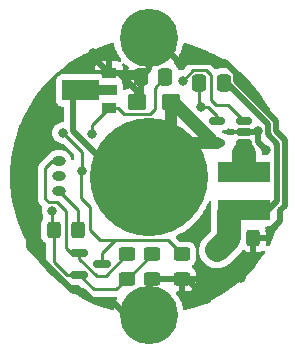
<source format=gbr>
%TF.GenerationSoftware,KiCad,Pcbnew,(6.0.1)*%
%TF.CreationDate,2024-03-24T12:18:52+01:00*%
%TF.ProjectId,Linterna_MT340L_V2,4c696e74-6572-46e6-915f-4d543334304c,rev?*%
%TF.SameCoordinates,Original*%
%TF.FileFunction,Copper,L2,Bot*%
%TF.FilePolarity,Positive*%
%FSLAX46Y46*%
G04 Gerber Fmt 4.6, Leading zero omitted, Abs format (unit mm)*
G04 Created by KiCad (PCBNEW (6.0.1)) date 2024-03-24 12:18:52*
%MOMM*%
%LPD*%
G01*
G04 APERTURE LIST*
G04 Aperture macros list*
%AMRoundRect*
0 Rectangle with rounded corners*
0 $1 Rounding radius*
0 $2 $3 $4 $5 $6 $7 $8 $9 X,Y pos of 4 corners*
0 Add a 4 corners polygon primitive as box body*
4,1,4,$2,$3,$4,$5,$6,$7,$8,$9,$2,$3,0*
0 Add four circle primitives for the rounded corners*
1,1,$1+$1,$2,$3*
1,1,$1+$1,$4,$5*
1,1,$1+$1,$6,$7*
1,1,$1+$1,$8,$9*
0 Add four rect primitives between the rounded corners*
20,1,$1+$1,$2,$3,$4,$5,0*
20,1,$1+$1,$4,$5,$6,$7,0*
20,1,$1+$1,$6,$7,$8,$9,0*
20,1,$1+$1,$8,$9,$2,$3,0*%
%AMFreePoly0*
4,1,9,3.862500,-0.866500,0.737500,-0.866500,0.737500,-0.450000,-0.737500,-0.450000,-0.737500,0.450000,0.737500,0.450000,0.737500,0.866500,3.862500,0.866500,3.862500,-0.866500,3.862500,-0.866500,$1*%
G04 Aperture macros list end*
%TA.AperFunction,ComponentPad*%
%ADD10C,4.940000*%
%TD*%
%TA.AperFunction,SMDPad,CuDef*%
%ADD11RoundRect,0.250000X0.537500X0.425000X-0.537500X0.425000X-0.537500X-0.425000X0.537500X-0.425000X0*%
%TD*%
%TA.AperFunction,SMDPad,CuDef*%
%ADD12RoundRect,0.150000X0.512500X0.150000X-0.512500X0.150000X-0.512500X-0.150000X0.512500X-0.150000X0*%
%TD*%
%TA.AperFunction,SMDPad,CuDef*%
%ADD13RoundRect,0.250000X-0.450000X0.325000X-0.450000X-0.325000X0.450000X-0.325000X0.450000X0.325000X0*%
%TD*%
%TA.AperFunction,SMDPad,CuDef*%
%ADD14RoundRect,0.250000X-0.325000X-0.450000X0.325000X-0.450000X0.325000X0.450000X-0.325000X0.450000X0*%
%TD*%
%TA.AperFunction,SMDPad,CuDef*%
%ADD15C,10.000000*%
%TD*%
%TA.AperFunction,ComponentPad*%
%ADD16O,1.143000X0.857250*%
%TD*%
%TA.AperFunction,SMDPad,CuDef*%
%ADD17RoundRect,0.150000X-0.587500X-0.150000X0.587500X-0.150000X0.587500X0.150000X-0.587500X0.150000X0*%
%TD*%
%TA.AperFunction,SMDPad,CuDef*%
%ADD18RoundRect,0.250000X0.337500X0.475000X-0.337500X0.475000X-0.337500X-0.475000X0.337500X-0.475000X0*%
%TD*%
%TA.AperFunction,SMDPad,CuDef*%
%ADD19R,4.495800X1.752600*%
%TD*%
%TA.AperFunction,SMDPad,CuDef*%
%ADD20R,1.300000X0.900000*%
%TD*%
%TA.AperFunction,SMDPad,CuDef*%
%ADD21FreePoly0,180.000000*%
%TD*%
%TA.AperFunction,ViaPad*%
%ADD22C,0.800000*%
%TD*%
%TA.AperFunction,Conductor*%
%ADD23C,0.500000*%
%TD*%
%TA.AperFunction,Conductor*%
%ADD24C,1.200000*%
%TD*%
%TA.AperFunction,Conductor*%
%ADD25C,1.000000*%
%TD*%
%TA.AperFunction,Conductor*%
%ADD26C,0.250000*%
%TD*%
%TA.AperFunction,Conductor*%
%ADD27C,2.000000*%
%TD*%
G04 APERTURE END LIST*
D10*
%TO.P,J2,1,Pin_1*%
%TO.N,GND*%
X150000000Y-88250000D03*
X150000000Y-111750000D03*
%TD*%
D11*
%TO.P,C1,1*%
%TO.N,+BATT*%
X151875000Y-93700000D03*
%TO.P,C1,2*%
%TO.N,GND*%
X149000000Y-93700000D03*
%TD*%
D12*
%TO.P,U2,1,RUN*%
%TO.N,/EN*%
X158037500Y-95250000D03*
%TO.P,U2,2,GND*%
%TO.N,GND*%
X158037500Y-96200000D03*
%TO.P,U2,3,SW*%
%TO.N,Net-(L1-Pad1)*%
X158037500Y-97150000D03*
%TO.P,U2,4,VIN*%
%TO.N,+BATT*%
X155762500Y-97150000D03*
%TO.P,U2,5,VOUT*%
%TO.N,Net-(C3-Pad2)*%
X155762500Y-95250000D03*
%TD*%
D13*
%TO.P,R1,1*%
%TO.N,+3V0*%
X148200000Y-106575000D03*
%TO.P,R1,2*%
%TO.N,Net-(Q1-Pad1)*%
X148200000Y-108625000D03*
%TD*%
D14*
%TO.P,R2,1*%
%TO.N,Net-(Q1-Pad1)*%
X141975000Y-104500000D03*
%TO.P,R2,2*%
%TO.N,Net-(R2-Pad2)*%
X144025000Y-104500000D03*
%TD*%
D15*
%TO.P,J1,1,Pin_1*%
%TO.N,+BATT*%
X150000000Y-100000000D03*
%TD*%
D13*
%TO.P,R4,1*%
%TO.N,Net-(Q1-Pad1)*%
X150300000Y-106575000D03*
%TO.P,R4,2*%
%TO.N,GND*%
X150300000Y-108625000D03*
%TD*%
%TO.P,R5,1*%
%TO.N,/EN*%
X152800000Y-106575000D03*
%TO.P,R5,2*%
%TO.N,GND*%
X152800000Y-108625000D03*
%TD*%
D14*
%TO.P,C2,1*%
%TO.N,Net-(+1-Pad1)*%
X156825000Y-105200000D03*
%TO.P,C2,2*%
%TO.N,GND*%
X158875000Y-105200000D03*
%TD*%
D16*
%TO.P,U1,1,VCC*%
%TO.N,+3V0*%
X142400000Y-98700000D03*
%TO.P,U1,2,GND*%
%TO.N,GND*%
X142400000Y-99970000D03*
%TO.P,U1,3,VOUT*%
%TO.N,Net-(R2-Pad2)*%
X142400000Y-101240000D03*
%TD*%
D17*
%TO.P,Q1,1,B*%
%TO.N,Net-(Q1-Pad1)*%
X144137500Y-108325000D03*
%TO.P,Q1,2,E*%
%TO.N,+3V0*%
X144137500Y-106425000D03*
%TO.P,Q1,3,C*%
%TO.N,/EN*%
X146012500Y-107375000D03*
%TD*%
D18*
%TO.P,C7,1*%
%TO.N,Net-(+1-Pad1)*%
X156362500Y-92075000D03*
%TO.P,C7,2*%
%TO.N,Net-(C3-Pad2)*%
X154287500Y-92075000D03*
%TD*%
D19*
%TO.P,L1,1,1*%
%TO.N,Net-(L1-Pad1)*%
X158075000Y-99584000D03*
%TO.P,L1,2,2*%
%TO.N,Net-(+1-Pad1)*%
X158075000Y-102835200D03*
%TD*%
D20*
%TO.P,U5,1,GND*%
%TO.N,GND*%
X146650000Y-91200000D03*
D21*
%TO.P,U5,2,VIN*%
%TO.N,+BATT*%
X146562500Y-92700000D03*
D20*
%TO.P,U5,3,VOUT*%
%TO.N,+3V0*%
X146650000Y-94200000D03*
%TD*%
D18*
%TO.P,C6,1*%
%TO.N,+3V0*%
X151412500Y-91575000D03*
%TO.P,C6,2*%
%TO.N,GND*%
X149337500Y-91575000D03*
%TD*%
D22*
%TO.N,GND*%
X159975000Y-97725000D03*
X152550000Y-90300000D03*
X159275000Y-96175000D03*
X140300000Y-96400000D03*
X160300000Y-104625000D03*
X139625000Y-102925000D03*
X157800000Y-108550000D03*
X145300000Y-89550000D03*
X154950000Y-110325000D03*
X146650000Y-110650000D03*
%TO.N,Net-(C3-Pad2)*%
X154425000Y-94125000D03*
%TO.N,Net-(Q1-Pad1)*%
X141850000Y-102900000D03*
%TO.N,+3V0*%
X145225000Y-96425000D03*
%TO.N,/EN*%
X144337500Y-99512500D03*
X152875000Y-91875000D03*
X142750000Y-96300000D03*
%TO.N,Net-(+1-Pad1)*%
X155800000Y-105450000D03*
X155600000Y-106250000D03*
%TD*%
D23*
%TO.N,GND*%
X146975000Y-110650000D02*
X146650000Y-110650000D01*
X158875000Y-105200000D02*
X158875000Y-107475000D01*
X152550000Y-90300000D02*
X150000000Y-87750000D01*
X161150000Y-102850000D02*
X161525000Y-102475000D01*
X146650000Y-91200000D02*
X147450000Y-91200000D01*
X147450000Y-91200000D02*
X149000000Y-92750000D01*
X158875000Y-107475000D02*
X157800000Y-108550000D01*
X148575000Y-112250000D02*
X146975000Y-110650000D01*
X159275000Y-96175000D02*
X159275000Y-97025000D01*
X160300000Y-104625000D02*
X161150000Y-103775000D01*
X139875000Y-103175000D02*
X139625000Y-102925000D01*
X152800000Y-108625000D02*
X153250000Y-108625000D01*
X143600000Y-109650000D02*
X139875000Y-105925000D01*
X149337500Y-93362500D02*
X149000000Y-93700000D01*
X156450000Y-90300000D02*
X152550000Y-90300000D01*
X145300000Y-89850000D02*
X145300000Y-89550000D01*
X159250000Y-96200000D02*
X158037500Y-96200000D01*
X139875000Y-105925000D02*
X139875000Y-103175000D01*
X150300000Y-108625000D02*
X152800000Y-108625000D01*
X144475000Y-109650000D02*
X143600000Y-109650000D01*
X161525000Y-96900000D02*
X160750000Y-96125000D01*
X157375000Y-91225000D02*
X156450000Y-90300000D01*
X157375000Y-91900000D02*
X157375000Y-91225000D01*
X146650000Y-110650000D02*
X145475000Y-110650000D01*
X149337500Y-91575000D02*
X150000000Y-90912500D01*
X149000000Y-92750000D02*
X149000000Y-93700000D01*
X160750000Y-95275000D02*
X157375000Y-91900000D01*
X159275000Y-97025000D02*
X159975000Y-97725000D01*
X149337500Y-91575000D02*
X149337500Y-93362500D01*
X145475000Y-110650000D02*
X144475000Y-109650000D01*
X159275000Y-96175000D02*
X159250000Y-96200000D01*
X150000000Y-112250000D02*
X148575000Y-112250000D01*
X160750000Y-96125000D02*
X160750000Y-95275000D01*
X146650000Y-91200000D02*
X148962500Y-91200000D01*
X153250000Y-108625000D02*
X154950000Y-110325000D01*
X146650000Y-91200000D02*
X145300000Y-89850000D01*
X150000000Y-90912500D02*
X150000000Y-87750000D01*
X161150000Y-103775000D02*
X161150000Y-102850000D01*
X148962500Y-91200000D02*
X149337500Y-91575000D01*
X161525000Y-102475000D02*
X161525000Y-96900000D01*
%TO.N,+BATT*%
X155762500Y-97150000D02*
X155550000Y-97150000D01*
X151875000Y-98125000D02*
X150000000Y-100000000D01*
D24*
X152100000Y-93700000D02*
X155175000Y-96775000D01*
D23*
X152850000Y-97150000D02*
X150000000Y-100000000D01*
D25*
X151875000Y-93700000D02*
X151875000Y-98125000D01*
D23*
X143625000Y-92700000D02*
X143625000Y-96125000D01*
D25*
X155762500Y-97150000D02*
X152850000Y-97150000D01*
D23*
X155325000Y-97150000D02*
X155762500Y-97150000D01*
X147500000Y-100000000D02*
X150000000Y-100000000D01*
X143625000Y-96125000D02*
X147500000Y-100000000D01*
X146562500Y-92700000D02*
X143625000Y-92700000D01*
X155550000Y-97150000D02*
X155175000Y-96775000D01*
X151875000Y-93700000D02*
X152100000Y-93700000D01*
D26*
%TO.N,Net-(C3-Pad2)*%
X154287500Y-92075000D02*
X154287500Y-93987500D01*
X154287500Y-93987500D02*
X154425000Y-94125000D01*
X155050000Y-94125000D02*
X155762500Y-94837500D01*
X155050000Y-94125000D02*
X154425000Y-94125000D01*
X155762500Y-94837500D02*
X155762500Y-95250000D01*
%TO.N,Net-(Q1-Pad1)*%
X141975000Y-107225000D02*
X141975000Y-104500000D01*
X141850000Y-102900000D02*
X141850000Y-104375000D01*
X148250000Y-108625000D02*
X148200000Y-108625000D01*
X145362500Y-109550000D02*
X147275000Y-109550000D01*
X144137500Y-108325000D02*
X145362500Y-109550000D01*
X144137500Y-108325000D02*
X143075000Y-108325000D01*
X143075000Y-108325000D02*
X141975000Y-107225000D01*
X150300000Y-106575000D02*
X148250000Y-108625000D01*
X147275000Y-109550000D02*
X148200000Y-108625000D01*
X141850000Y-104375000D02*
X141975000Y-104500000D01*
%TO.N,+3V0*%
X147400000Y-94200000D02*
X147900000Y-94700000D01*
X147900000Y-94700000D02*
X150100000Y-94700000D01*
X146350000Y-108425000D02*
X148200000Y-106575000D01*
X144137500Y-106425000D02*
X143425000Y-106425000D01*
X143425000Y-106425000D02*
X143025000Y-106025000D01*
X142275000Y-102150000D02*
X141525000Y-102150000D01*
X150100000Y-94700000D02*
X150500000Y-94300000D01*
X144137500Y-106425000D02*
X144137500Y-106962500D01*
X141850000Y-98700000D02*
X142400000Y-98700000D01*
X141250000Y-101875000D02*
X141250000Y-99300000D01*
X141250000Y-99300000D02*
X141850000Y-98700000D01*
X143025000Y-106025000D02*
X143025000Y-102900000D01*
X145600000Y-108425000D02*
X146350000Y-108425000D01*
X146650000Y-94200000D02*
X145225000Y-95625000D01*
X143025000Y-102900000D02*
X142275000Y-102150000D01*
X150500000Y-94300000D02*
X150500000Y-92487500D01*
X144137500Y-106962500D02*
X145600000Y-108425000D01*
X145225000Y-95625000D02*
X145225000Y-96425000D01*
X141525000Y-102150000D02*
X141250000Y-101875000D01*
X146650000Y-94200000D02*
X147400000Y-94200000D01*
X150500000Y-92487500D02*
X151412500Y-91575000D01*
D23*
%TO.N,Net-(L1-Pad1)*%
X158075000Y-99584000D02*
X158075000Y-98650000D01*
X158037500Y-97150000D02*
X158037500Y-97562500D01*
X158037500Y-97562500D02*
X158075000Y-97600000D01*
D27*
X158075000Y-98650000D02*
X158075000Y-97975000D01*
D26*
%TO.N,/EN*%
X145075000Y-102575000D02*
X144300000Y-101800000D01*
X147125000Y-105375000D02*
X151600000Y-105375000D01*
X158037500Y-95250000D02*
X156725000Y-93937500D01*
X155250000Y-91375000D02*
X154875000Y-91000000D01*
X152875000Y-91875000D02*
X153750000Y-91000000D01*
X153750000Y-91000000D02*
X154875000Y-91000000D01*
X156725000Y-93937500D02*
X155662500Y-93937500D01*
X144300000Y-101800000D02*
X144300000Y-99550000D01*
X147125000Y-105375000D02*
X145900000Y-105375000D01*
X145075000Y-104550000D02*
X145075000Y-102575000D01*
X145900000Y-105375000D02*
X145075000Y-104550000D01*
X155662500Y-93937500D02*
X155250000Y-93525000D01*
X146012500Y-107375000D02*
X146012500Y-106487500D01*
X144337500Y-99512500D02*
X144337500Y-97887500D01*
X155250000Y-93525000D02*
X155250000Y-91375000D01*
X146012500Y-106487500D02*
X147125000Y-105375000D01*
X144337500Y-97887500D02*
X142750000Y-96300000D01*
X151600000Y-105375000D02*
X152800000Y-106575000D01*
X144300000Y-99550000D02*
X144337500Y-99512500D01*
%TO.N,Net-(R2-Pad2)*%
X144025000Y-104500000D02*
X144025000Y-102865000D01*
X144025000Y-102865000D02*
X142400000Y-101240000D01*
D23*
%TO.N,Net-(+1-Pad1)*%
X160875000Y-102025000D02*
X160875000Y-97200000D01*
X160100000Y-96425000D02*
X160100000Y-95575000D01*
X160064800Y-102835200D02*
X160875000Y-102025000D01*
D27*
X156825000Y-103100000D02*
X156825000Y-105200000D01*
X156337500Y-105687500D02*
X156825000Y-105200000D01*
D23*
X160875000Y-97200000D02*
X160100000Y-96425000D01*
X160100000Y-95575000D02*
X156600000Y-92075000D01*
X158075000Y-102835200D02*
X157089800Y-102835200D01*
D27*
X155775000Y-106250000D02*
X156337500Y-105687500D01*
D23*
X155600000Y-106250000D02*
X155775000Y-106250000D01*
X157089800Y-102835200D02*
X156825000Y-103100000D01*
X156600000Y-92075000D02*
X156362500Y-92075000D01*
%TD*%
%TA.AperFunction,Conductor*%
%TO.N,GND*%
G36*
X147037104Y-88712400D02*
G01*
X147066973Y-88777562D01*
X147075294Y-88836027D01*
X147076725Y-88843129D01*
X147162035Y-89168309D01*
X147164271Y-89175189D01*
X147286388Y-89488403D01*
X147289403Y-89494990D01*
X147446714Y-89792100D01*
X147450460Y-89798285D01*
X147640873Y-90075339D01*
X147645316Y-90081066D01*
X147648992Y-90085280D01*
X147678698Y-90149763D01*
X147668826Y-90220070D01*
X147622510Y-90273879D01*
X147554456Y-90294105D01*
X147509810Y-90286088D01*
X147417606Y-90251522D01*
X147402351Y-90247895D01*
X147351486Y-90242369D01*
X147344672Y-90242000D01*
X146922115Y-90242000D01*
X146906876Y-90246475D01*
X146905671Y-90247865D01*
X146904000Y-90255548D01*
X146904000Y-90927885D01*
X146908475Y-90943124D01*
X146909865Y-90944329D01*
X146917548Y-90946000D01*
X147789884Y-90946000D01*
X147805123Y-90941525D01*
X147806328Y-90940135D01*
X147807999Y-90932452D01*
X147807999Y-90705331D01*
X147807629Y-90698510D01*
X147802105Y-90647648D01*
X147798479Y-90632397D01*
X147777303Y-90575910D01*
X147772120Y-90505103D01*
X147806041Y-90442734D01*
X147868296Y-90408604D01*
X147939120Y-90413551D01*
X147980084Y-90438486D01*
X148120023Y-90565820D01*
X148125660Y-90570384D01*
X148253418Y-90662188D01*
X148297066Y-90718182D01*
X148303512Y-90788886D01*
X148299485Y-90804178D01*
X148254862Y-90938710D01*
X148251995Y-90952086D01*
X148242328Y-91046438D01*
X148242000Y-91052855D01*
X148242000Y-91302885D01*
X148246475Y-91318124D01*
X148247865Y-91319329D01*
X148255548Y-91321000D01*
X149465500Y-91321000D01*
X149533621Y-91341002D01*
X149580114Y-91394658D01*
X149591500Y-91447000D01*
X149591500Y-91703000D01*
X149571498Y-91771121D01*
X149517842Y-91817614D01*
X149465500Y-91829000D01*
X148260116Y-91829000D01*
X148244877Y-91833475D01*
X148243672Y-91834865D01*
X148242001Y-91842548D01*
X148242001Y-92097095D01*
X148242338Y-92103614D01*
X148252257Y-92199206D01*
X148255149Y-92212600D01*
X148306590Y-92366791D01*
X148311821Y-92377956D01*
X148322608Y-92448128D01*
X148293744Y-92512993D01*
X148237598Y-92550934D01*
X148145716Y-92581588D01*
X148132538Y-92587762D01*
X148006032Y-92666046D01*
X147937580Y-92684884D01*
X147869811Y-92663723D01*
X147824239Y-92609282D01*
X147813729Y-92558902D01*
X147813729Y-92250000D01*
X147808500Y-92176889D01*
X147767304Y-92036589D01*
X147756312Y-92019485D01*
X147736310Y-91951365D01*
X147750341Y-91896525D01*
X147750172Y-91896462D01*
X147750756Y-91894905D01*
X147751793Y-91890851D01*
X147753323Y-91888057D01*
X147798478Y-91767606D01*
X147802105Y-91752351D01*
X147807631Y-91701486D01*
X147808000Y-91694672D01*
X147808000Y-91472115D01*
X147803525Y-91456876D01*
X147802135Y-91455671D01*
X147794452Y-91454000D01*
X146210530Y-91454000D01*
X146142409Y-91433998D01*
X146128018Y-91423225D01*
X146109554Y-91407226D01*
X146102743Y-91401324D01*
X146088147Y-91394658D01*
X146025823Y-91366196D01*
X145969734Y-91340581D01*
X145825000Y-91319771D01*
X142700000Y-91319771D01*
X142668014Y-91322059D01*
X142633627Y-91324518D01*
X142633626Y-91324518D01*
X142626889Y-91325000D01*
X142547382Y-91348345D01*
X142495235Y-91363657D01*
X142495233Y-91363658D01*
X142486589Y-91366196D01*
X142479010Y-91371067D01*
X142371159Y-91440378D01*
X142371156Y-91440380D01*
X142363579Y-91445250D01*
X142357678Y-91452060D01*
X142273726Y-91548945D01*
X142273724Y-91548948D01*
X142267824Y-91555757D01*
X142207081Y-91688766D01*
X142186271Y-91833500D01*
X142186271Y-93566500D01*
X142191500Y-93639611D01*
X142232696Y-93779911D01*
X142237567Y-93787490D01*
X142306878Y-93895341D01*
X142306880Y-93895344D01*
X142311750Y-93902921D01*
X142318560Y-93908822D01*
X142415445Y-93992774D01*
X142415448Y-93992776D01*
X142422257Y-93998676D01*
X142555266Y-94059419D01*
X142700000Y-94080229D01*
X142740500Y-94080229D01*
X142808621Y-94100231D01*
X142855114Y-94153887D01*
X142866500Y-94206229D01*
X142866500Y-95265500D01*
X142846498Y-95333621D01*
X142792842Y-95380114D01*
X142740500Y-95391500D01*
X142654513Y-95391500D01*
X142648061Y-95392872D01*
X142648056Y-95392872D01*
X142561112Y-95411353D01*
X142467712Y-95431206D01*
X142461682Y-95433891D01*
X142461681Y-95433891D01*
X142299278Y-95506197D01*
X142299276Y-95506198D01*
X142293248Y-95508882D01*
X142138747Y-95621134D01*
X142134326Y-95626044D01*
X142134325Y-95626045D01*
X142020584Y-95752368D01*
X142010960Y-95763056D01*
X142007659Y-95768774D01*
X141938142Y-95889181D01*
X141915473Y-95928444D01*
X141856458Y-96110072D01*
X141855768Y-96116633D01*
X141855768Y-96116635D01*
X141854137Y-96132158D01*
X141836496Y-96300000D01*
X141837186Y-96306565D01*
X141854947Y-96475547D01*
X141856458Y-96489928D01*
X141915473Y-96671556D01*
X142010960Y-96836944D01*
X142015378Y-96841851D01*
X142015379Y-96841852D01*
X142100904Y-96936837D01*
X142138747Y-96978866D01*
X142293248Y-97091118D01*
X142299276Y-97093802D01*
X142299278Y-97093803D01*
X142461681Y-97166109D01*
X142467712Y-97168794D01*
X142561113Y-97188647D01*
X142648056Y-97207128D01*
X142648061Y-97207128D01*
X142654513Y-97208500D01*
X142710405Y-97208500D01*
X142778526Y-97228502D01*
X142799501Y-97245405D01*
X143667096Y-98113001D01*
X143701121Y-98175313D01*
X143704000Y-98202096D01*
X143704000Y-98456530D01*
X143683998Y-98524651D01*
X143630342Y-98571144D01*
X143560068Y-98581248D01*
X143495488Y-98551754D01*
X143457104Y-98492028D01*
X143454753Y-98482727D01*
X143450134Y-98460995D01*
X143439043Y-98408817D01*
X143358919Y-98228857D01*
X143243131Y-98069487D01*
X143155616Y-97990688D01*
X143101645Y-97942093D01*
X143101644Y-97942092D01*
X143096737Y-97937674D01*
X142926138Y-97839178D01*
X142847723Y-97813699D01*
X142745066Y-97780344D01*
X142745064Y-97780344D01*
X142738787Y-97778304D01*
X142732224Y-97777614D01*
X142732223Y-97777614D01*
X142705717Y-97774828D01*
X142591989Y-97762875D01*
X142208011Y-97762875D01*
X142094283Y-97774828D01*
X142067777Y-97777614D01*
X142067776Y-97777614D01*
X142061213Y-97778304D01*
X142054936Y-97780344D01*
X142054934Y-97780344D01*
X141952277Y-97813699D01*
X141873862Y-97839178D01*
X141703263Y-97937674D01*
X141698356Y-97942092D01*
X141698355Y-97942093D01*
X141640633Y-97994066D01*
X141556869Y-98069487D01*
X141552988Y-98074829D01*
X141552986Y-98074831D01*
X141482455Y-98171910D01*
X141460975Y-98194076D01*
X141458638Y-98195458D01*
X141444317Y-98209779D01*
X141429284Y-98222619D01*
X141412893Y-98234528D01*
X141386516Y-98266413D01*
X141384712Y-98268593D01*
X141376722Y-98277374D01*
X140857742Y-98796353D01*
X140849463Y-98803887D01*
X140842982Y-98808000D01*
X140796357Y-98857651D01*
X140793602Y-98860493D01*
X140773865Y-98880230D01*
X140771385Y-98883427D01*
X140763682Y-98892447D01*
X140733414Y-98924679D01*
X140729595Y-98931625D01*
X140729593Y-98931628D01*
X140723652Y-98942434D01*
X140712801Y-98958953D01*
X140700386Y-98974959D01*
X140697241Y-98982228D01*
X140697238Y-98982232D01*
X140682826Y-99015537D01*
X140677609Y-99026187D01*
X140656305Y-99064940D01*
X140654334Y-99072615D01*
X140654334Y-99072616D01*
X140651267Y-99084562D01*
X140644863Y-99103266D01*
X140636819Y-99121855D01*
X140635580Y-99129678D01*
X140635577Y-99129688D01*
X140629901Y-99165524D01*
X140627495Y-99177144D01*
X140616500Y-99219970D01*
X140616500Y-99240224D01*
X140614949Y-99259934D01*
X140611780Y-99279943D01*
X140612526Y-99287835D01*
X140615941Y-99323961D01*
X140616500Y-99335819D01*
X140616500Y-101796233D01*
X140615973Y-101807416D01*
X140614298Y-101814909D01*
X140614547Y-101822835D01*
X140614547Y-101822836D01*
X140616438Y-101882986D01*
X140616500Y-101886945D01*
X140616500Y-101914856D01*
X140616997Y-101918790D01*
X140616997Y-101918791D01*
X140617005Y-101918856D01*
X140617938Y-101930693D01*
X140619327Y-101974889D01*
X140624352Y-101992185D01*
X140624978Y-101994339D01*
X140628987Y-102013700D01*
X140631526Y-102033797D01*
X140634445Y-102041168D01*
X140634445Y-102041170D01*
X140647804Y-102074912D01*
X140651649Y-102086142D01*
X140661771Y-102120983D01*
X140663982Y-102128593D01*
X140668015Y-102135412D01*
X140668017Y-102135417D01*
X140674293Y-102146028D01*
X140682988Y-102163776D01*
X140690448Y-102182617D01*
X140695110Y-102189033D01*
X140695110Y-102189034D01*
X140716436Y-102218387D01*
X140722952Y-102228307D01*
X140732762Y-102244894D01*
X140745458Y-102266362D01*
X140759782Y-102280686D01*
X140772617Y-102295713D01*
X140784528Y-102312107D01*
X140790636Y-102317160D01*
X140818594Y-102340289D01*
X140827372Y-102348278D01*
X140958929Y-102479835D01*
X140992955Y-102542147D01*
X140989667Y-102607865D01*
X140956458Y-102710072D01*
X140955768Y-102716633D01*
X140955768Y-102716635D01*
X140944789Y-102821099D01*
X140936496Y-102900000D01*
X140937186Y-102906565D01*
X140946158Y-102991925D01*
X140956458Y-103089928D01*
X141015473Y-103271556D01*
X141018776Y-103277278D01*
X141018777Y-103277279D01*
X141091699Y-103403584D01*
X141108437Y-103472580D01*
X141085216Y-103539671D01*
X141071754Y-103555601D01*
X141050695Y-103576697D01*
X141046855Y-103582927D01*
X141046854Y-103582928D01*
X140969067Y-103709122D01*
X140957885Y-103727262D01*
X140902203Y-103895139D01*
X140891500Y-103999600D01*
X140891500Y-105000400D01*
X140891837Y-105003646D01*
X140891837Y-105003650D01*
X140897811Y-105061220D01*
X140902474Y-105106166D01*
X140904655Y-105112702D01*
X140904655Y-105112704D01*
X140923142Y-105168115D01*
X140958450Y-105273946D01*
X141051522Y-105424348D01*
X141176697Y-105549305D01*
X141182927Y-105553145D01*
X141182928Y-105553146D01*
X141281616Y-105613978D01*
X141329109Y-105666750D01*
X141341500Y-105721238D01*
X141341500Y-107146233D01*
X141340973Y-107157416D01*
X141339298Y-107164909D01*
X141339547Y-107172835D01*
X141339547Y-107172836D01*
X141341438Y-107232986D01*
X141341500Y-107236945D01*
X141341500Y-107264856D01*
X141341997Y-107268790D01*
X141341997Y-107268791D01*
X141342005Y-107268856D01*
X141342938Y-107280699D01*
X141344042Y-107315808D01*
X141344327Y-107324889D01*
X141349978Y-107344339D01*
X141353987Y-107363700D01*
X141355440Y-107375197D01*
X141356526Y-107383797D01*
X141359445Y-107391168D01*
X141359445Y-107391170D01*
X141372804Y-107424912D01*
X141376649Y-107436142D01*
X141388982Y-107478593D01*
X141393015Y-107485412D01*
X141393017Y-107485417D01*
X141399293Y-107496028D01*
X141407988Y-107513776D01*
X141415448Y-107532617D01*
X141420110Y-107539033D01*
X141420110Y-107539034D01*
X141441436Y-107568387D01*
X141447952Y-107578307D01*
X141470458Y-107616362D01*
X141484779Y-107630683D01*
X141497619Y-107645716D01*
X141509528Y-107662107D01*
X141515634Y-107667158D01*
X141543605Y-107690298D01*
X141552384Y-107698288D01*
X142571348Y-108717253D01*
X142578888Y-108725539D01*
X142583000Y-108732018D01*
X142588777Y-108737443D01*
X142632651Y-108778643D01*
X142635493Y-108781398D01*
X142655230Y-108801135D01*
X142658427Y-108803615D01*
X142667447Y-108811318D01*
X142699679Y-108841586D01*
X142706625Y-108845405D01*
X142706628Y-108845407D01*
X142717434Y-108851348D01*
X142733953Y-108862199D01*
X142749959Y-108874614D01*
X142757228Y-108877759D01*
X142757232Y-108877762D01*
X142790537Y-108892174D01*
X142801187Y-108897391D01*
X142839940Y-108918695D01*
X142847615Y-108920666D01*
X142847616Y-108920666D01*
X142859562Y-108923733D01*
X142878267Y-108930137D01*
X142896855Y-108938181D01*
X142904678Y-108939420D01*
X142904688Y-108939423D01*
X142940524Y-108945099D01*
X142952144Y-108947505D01*
X142987289Y-108956528D01*
X142994970Y-108958500D01*
X143015224Y-108958500D01*
X143034934Y-108960051D01*
X143054943Y-108963220D01*
X143059274Y-108962811D01*
X143125222Y-108984449D01*
X143131071Y-108989316D01*
X143131325Y-108988989D01*
X143137585Y-108993845D01*
X143143193Y-108999453D01*
X143150017Y-109003489D01*
X143150020Y-109003491D01*
X143257589Y-109067107D01*
X143286399Y-109084145D01*
X143294010Y-109086356D01*
X143294012Y-109086357D01*
X143346231Y-109101528D01*
X143446169Y-109130562D01*
X143452574Y-109131066D01*
X143452579Y-109131067D01*
X143481042Y-109133307D01*
X143481050Y-109133307D01*
X143483498Y-109133500D01*
X143997906Y-109133500D01*
X144066027Y-109153502D01*
X144087001Y-109170405D01*
X144858843Y-109942247D01*
X144866387Y-109950537D01*
X144870500Y-109957018D01*
X144876277Y-109962443D01*
X144920167Y-110003658D01*
X144923009Y-110006413D01*
X144942731Y-110026135D01*
X144945855Y-110028558D01*
X144945859Y-110028562D01*
X144945924Y-110028612D01*
X144954945Y-110036317D01*
X144987179Y-110066586D01*
X144994127Y-110070405D01*
X144994129Y-110070407D01*
X145004932Y-110076346D01*
X145021459Y-110087202D01*
X145031198Y-110094757D01*
X145031200Y-110094758D01*
X145037460Y-110099614D01*
X145078040Y-110117174D01*
X145088688Y-110122391D01*
X145113476Y-110136018D01*
X145127440Y-110143695D01*
X145135116Y-110145666D01*
X145135119Y-110145667D01*
X145147062Y-110148733D01*
X145165767Y-110155137D01*
X145184355Y-110163181D01*
X145192178Y-110164420D01*
X145192188Y-110164423D01*
X145228024Y-110170099D01*
X145239644Y-110172505D01*
X145271459Y-110180673D01*
X145282470Y-110183500D01*
X145302724Y-110183500D01*
X145322434Y-110185051D01*
X145342443Y-110188220D01*
X145350335Y-110187474D01*
X145369080Y-110185702D01*
X145386462Y-110184059D01*
X145398319Y-110183500D01*
X147196233Y-110183500D01*
X147207416Y-110184027D01*
X147214909Y-110185702D01*
X147222834Y-110185453D01*
X147222835Y-110185453D01*
X147236038Y-110185038D01*
X147241883Y-110184854D01*
X147310598Y-110202706D01*
X147358754Y-110254874D01*
X147371061Y-110324796D01*
X147360130Y-110363843D01*
X147227954Y-110648590D01*
X147225297Y-110655303D01*
X147119738Y-110974485D01*
X147117861Y-110981489D01*
X147066305Y-111230443D01*
X147032904Y-111293093D01*
X146970935Y-111327739D01*
X146906915Y-111325637D01*
X146328740Y-111153206D01*
X146328737Y-111153205D01*
X146321925Y-111150960D01*
X145700057Y-110926236D01*
X145693392Y-110923611D01*
X145085285Y-110663853D01*
X145078824Y-110660873D01*
X144607466Y-110426969D01*
X144486505Y-110366944D01*
X144480174Y-110363575D01*
X144197614Y-110202706D01*
X143905532Y-110036415D01*
X143899422Y-110032702D01*
X143344321Y-109673371D01*
X143338440Y-109669322D01*
X142989771Y-109414340D01*
X142804697Y-109278996D01*
X142799030Y-109274599D01*
X142469532Y-109003562D01*
X142288360Y-108854534D01*
X142282962Y-108849829D01*
X141797032Y-108401396D01*
X141791902Y-108396384D01*
X141332269Y-107921023D01*
X141327447Y-107915744D01*
X140913842Y-107436142D01*
X140895614Y-107415005D01*
X140891086Y-107409443D01*
X140756020Y-107233500D01*
X140488426Y-106884921D01*
X140484230Y-106879120D01*
X140401295Y-106757314D01*
X140163451Y-106407999D01*
X140112086Y-106332560D01*
X140108220Y-106326519D01*
X139767779Y-105759670D01*
X139764263Y-105753419D01*
X139488301Y-105228381D01*
X139456622Y-105168109D01*
X139453470Y-105161673D01*
X139431190Y-105112704D01*
X139179639Y-104559818D01*
X139176860Y-104553221D01*
X139165125Y-104522969D01*
X138988468Y-104067581D01*
X138937709Y-103936733D01*
X138935307Y-103929975D01*
X138731635Y-103300923D01*
X138729620Y-103294039D01*
X138642862Y-102962836D01*
X138562061Y-102654373D01*
X138560443Y-102647392D01*
X138529881Y-102496048D01*
X138429557Y-101999252D01*
X138428338Y-101992185D01*
X138366501Y-101560658D01*
X138334543Y-101337643D01*
X138333729Y-101330522D01*
X138277331Y-100671702D01*
X138276923Y-100664541D01*
X138258103Y-100003586D01*
X138258103Y-99996414D01*
X138276923Y-99335459D01*
X138277331Y-99328298D01*
X138322334Y-98802593D01*
X138333730Y-98669473D01*
X138334544Y-98662352D01*
X138343264Y-98601504D01*
X138428338Y-98007815D01*
X138429557Y-98000747D01*
X138432411Y-97986615D01*
X138560444Y-97352602D01*
X138562062Y-97345621D01*
X138588314Y-97245405D01*
X138729620Y-96705961D01*
X138731635Y-96699077D01*
X138935307Y-96070025D01*
X138937709Y-96063267D01*
X139057849Y-95753569D01*
X139176865Y-95446766D01*
X139179644Y-95440169D01*
X139182501Y-95433891D01*
X139453473Y-94838321D01*
X139456625Y-94831885D01*
X139764263Y-94246581D01*
X139767779Y-94240330D01*
X140108220Y-93673481D01*
X140112086Y-93667440D01*
X140379663Y-93274455D01*
X140484238Y-93120869D01*
X140488434Y-93115068D01*
X140552770Y-93031262D01*
X140891086Y-92590557D01*
X140895614Y-92584995D01*
X141090606Y-92358889D01*
X141327447Y-92084256D01*
X141332269Y-92078977D01*
X141791902Y-91603616D01*
X141797032Y-91598604D01*
X142282962Y-91150171D01*
X142288360Y-91145466D01*
X142552871Y-90927885D01*
X145492000Y-90927885D01*
X145496475Y-90943124D01*
X145497865Y-90944329D01*
X145505548Y-90946000D01*
X146377885Y-90946000D01*
X146393124Y-90941525D01*
X146394329Y-90940135D01*
X146396000Y-90932452D01*
X146396000Y-90260116D01*
X146391525Y-90244877D01*
X146390135Y-90243672D01*
X146382452Y-90242001D01*
X145955331Y-90242001D01*
X145948510Y-90242371D01*
X145897648Y-90247895D01*
X145882396Y-90251521D01*
X145761946Y-90296676D01*
X145746351Y-90305214D01*
X145644276Y-90381715D01*
X145631715Y-90394276D01*
X145555214Y-90496351D01*
X145546676Y-90511946D01*
X145501522Y-90632394D01*
X145497895Y-90647649D01*
X145492369Y-90698514D01*
X145492000Y-90705328D01*
X145492000Y-90927885D01*
X142552871Y-90927885D01*
X142641895Y-90854656D01*
X142799030Y-90725401D01*
X142804697Y-90721004D01*
X143003102Y-90575910D01*
X143338440Y-90330678D01*
X143344321Y-90326629D01*
X143899422Y-89967298D01*
X143905532Y-89963585D01*
X144235361Y-89775804D01*
X144480174Y-89636425D01*
X144486505Y-89633056D01*
X144764732Y-89494990D01*
X145078824Y-89339127D01*
X145085285Y-89336147D01*
X145693402Y-89076385D01*
X145700057Y-89073764D01*
X146321925Y-88849040D01*
X146328737Y-88846795D01*
X146786368Y-88710314D01*
X146906220Y-88674570D01*
X146977216Y-88674270D01*
X147037104Y-88712400D01*
G37*
%TD.AperFunction*%
%TA.AperFunction,Conductor*%
G36*
X155255184Y-102081951D02*
G01*
X155304373Y-102133146D01*
X155318600Y-102191309D01*
X155318600Y-102951146D01*
X155318034Y-102961606D01*
X155317821Y-102962836D01*
X155316500Y-102991925D01*
X155316500Y-104522969D01*
X155296498Y-104591090D01*
X155279595Y-104612064D01*
X154665195Y-105226464D01*
X154663569Y-105228374D01*
X154663563Y-105228381D01*
X154570982Y-105337164D01*
X154547530Y-105364720D01*
X154421779Y-105572358D01*
X154330845Y-105797429D01*
X154323445Y-105829999D01*
X154278518Y-106027750D01*
X154277065Y-106034144D01*
X154276747Y-106039191D01*
X154276747Y-106039194D01*
X154273721Y-106087296D01*
X154261822Y-106276413D01*
X154285511Y-106518002D01*
X154347519Y-106752696D01*
X154446254Y-106974456D01*
X154579174Y-107177578D01*
X154630286Y-107233553D01*
X154731447Y-107344339D01*
X154742858Y-107356836D01*
X154796822Y-107399607D01*
X154929129Y-107504473D01*
X154929135Y-107504477D01*
X154933098Y-107507618D01*
X155050429Y-107573192D01*
X155083277Y-107591550D01*
X155144998Y-107626045D01*
X155239749Y-107660532D01*
X155368348Y-107707339D01*
X155368353Y-107707340D01*
X155373105Y-107709070D01*
X155378074Y-107710018D01*
X155378078Y-107710019D01*
X155606578Y-107753607D01*
X155611553Y-107754556D01*
X155767051Y-107758900D01*
X155849150Y-107761193D01*
X155849153Y-107761193D01*
X155854205Y-107761334D01*
X155859218Y-107760665D01*
X155859220Y-107760665D01*
X156089806Y-107729898D01*
X156094820Y-107729229D01*
X156099661Y-107727767D01*
X156099663Y-107727767D01*
X156322357Y-107660532D01*
X156322361Y-107660530D01*
X156327208Y-107659067D01*
X156545388Y-107552654D01*
X156743747Y-107412726D01*
X156765250Y-107393091D01*
X157874666Y-106283675D01*
X157877189Y-106281221D01*
X157908204Y-106251892D01*
X157971442Y-106219620D01*
X158042088Y-106226661D01*
X158072870Y-106244561D01*
X158083238Y-106252750D01*
X158221243Y-106337816D01*
X158234424Y-106343963D01*
X158388710Y-106395138D01*
X158402086Y-106398005D01*
X158496438Y-106407672D01*
X158502854Y-106408000D01*
X158602885Y-106408000D01*
X158618124Y-106403525D01*
X158619329Y-106402135D01*
X158621000Y-106394452D01*
X158621000Y-105072000D01*
X158641002Y-105003879D01*
X158694658Y-104957386D01*
X158747000Y-104946000D01*
X159939884Y-104946000D01*
X159955123Y-104941525D01*
X159956328Y-104940135D01*
X159957999Y-104932452D01*
X159957999Y-104702905D01*
X159957662Y-104696386D01*
X159947743Y-104600794D01*
X159944851Y-104587400D01*
X159893412Y-104433216D01*
X159887241Y-104420042D01*
X159882452Y-104412304D01*
X159863614Y-104343852D01*
X159884775Y-104276082D01*
X159939215Y-104230511D01*
X159989596Y-104220000D01*
X160371034Y-104220000D01*
X160433216Y-104213245D01*
X160569605Y-104162115D01*
X160686161Y-104074761D01*
X160773515Y-103958205D01*
X160824645Y-103821816D01*
X160831400Y-103759634D01*
X160831400Y-103193471D01*
X160851402Y-103125350D01*
X160868305Y-103104376D01*
X161151582Y-102821099D01*
X161213894Y-102787073D01*
X161284709Y-102792138D01*
X161341545Y-102834685D01*
X161366356Y-102901205D01*
X161362565Y-102942122D01*
X161270381Y-103294039D01*
X161268366Y-103300923D01*
X161064694Y-103929975D01*
X161062292Y-103936733D01*
X161011533Y-104067581D01*
X160834877Y-104522969D01*
X160823141Y-104553221D01*
X160820362Y-104559818D01*
X160568811Y-105112704D01*
X160546531Y-105161673D01*
X160543379Y-105168109D01*
X160511700Y-105228381D01*
X160235738Y-105753419D01*
X160232222Y-105759670D01*
X160185229Y-105837916D01*
X160133009Y-105886015D01*
X160063075Y-105898247D01*
X159997628Y-105870728D01*
X159957450Y-105812194D01*
X159951869Y-105760200D01*
X159957672Y-105703560D01*
X159958000Y-105697146D01*
X159958000Y-105472115D01*
X159953525Y-105456876D01*
X159952135Y-105455671D01*
X159944452Y-105454000D01*
X159147115Y-105454000D01*
X159131876Y-105458475D01*
X159130671Y-105459865D01*
X159129000Y-105467548D01*
X159129000Y-106389884D01*
X159133475Y-106405123D01*
X159134865Y-106406328D01*
X159142548Y-106407999D01*
X159247095Y-106407999D01*
X159253614Y-106407662D01*
X159349206Y-106397743D01*
X159362600Y-106394851D01*
X159516784Y-106343412D01*
X159529962Y-106337239D01*
X159638970Y-106269782D01*
X159707422Y-106250944D01*
X159775191Y-106272105D01*
X159820763Y-106326546D01*
X159829667Y-106396982D01*
X159809423Y-106447839D01*
X159598707Y-106757314D01*
X159515771Y-106879120D01*
X159511575Y-106884921D01*
X159243981Y-107233500D01*
X159108915Y-107409443D01*
X159104387Y-107415005D01*
X159086159Y-107436142D01*
X158672554Y-107915744D01*
X158667732Y-107921023D01*
X158208099Y-108396384D01*
X158202969Y-108401396D01*
X157717039Y-108849829D01*
X157711641Y-108854534D01*
X157530469Y-109003562D01*
X157200971Y-109274599D01*
X157195304Y-109278996D01*
X157010230Y-109414340D01*
X156661561Y-109669322D01*
X156655680Y-109673371D01*
X156100579Y-110032702D01*
X156094469Y-110036415D01*
X155802387Y-110202706D01*
X155519827Y-110363575D01*
X155513496Y-110366944D01*
X155392535Y-110426969D01*
X154921188Y-110660867D01*
X154914693Y-110663863D01*
X154306598Y-110923617D01*
X154299953Y-110926234D01*
X154105455Y-110996520D01*
X153678076Y-111150961D01*
X153671264Y-111153206D01*
X153424183Y-111226894D01*
X153091953Y-111325976D01*
X153020958Y-111326276D01*
X152961070Y-111288146D01*
X152931820Y-111226894D01*
X152904856Y-111072392D01*
X152903201Y-111065337D01*
X152807724Y-110743014D01*
X152805266Y-110736185D01*
X152673373Y-110426969D01*
X152670156Y-110420486D01*
X152503585Y-110128456D01*
X152499653Y-110122401D01*
X152342596Y-109908594D01*
X152318388Y-109841852D01*
X152334106Y-109772617D01*
X152384760Y-109722871D01*
X152444143Y-109708000D01*
X152527885Y-109708000D01*
X152543124Y-109703525D01*
X152544329Y-109702135D01*
X152546000Y-109694452D01*
X152546000Y-109689884D01*
X153054000Y-109689884D01*
X153058475Y-109705123D01*
X153059865Y-109706328D01*
X153067548Y-109707999D01*
X153297095Y-109707999D01*
X153303614Y-109707662D01*
X153399206Y-109697743D01*
X153412600Y-109694851D01*
X153566784Y-109643412D01*
X153579962Y-109637239D01*
X153717807Y-109551937D01*
X153729208Y-109542901D01*
X153843739Y-109428171D01*
X153852751Y-109416760D01*
X153937816Y-109278757D01*
X153943963Y-109265576D01*
X153995138Y-109111290D01*
X153998005Y-109097914D01*
X154007672Y-109003562D01*
X154008000Y-108997146D01*
X154008000Y-108897115D01*
X154003525Y-108881876D01*
X154002135Y-108880671D01*
X153994452Y-108879000D01*
X153072115Y-108879000D01*
X153056876Y-108883475D01*
X153055671Y-108884865D01*
X153054000Y-108892548D01*
X153054000Y-109689884D01*
X152546000Y-109689884D01*
X152546000Y-108497000D01*
X152566002Y-108428879D01*
X152619658Y-108382386D01*
X152672000Y-108371000D01*
X153989884Y-108371000D01*
X154005123Y-108366525D01*
X154006328Y-108365135D01*
X154007999Y-108357452D01*
X154007999Y-108252905D01*
X154007662Y-108246386D01*
X153997743Y-108150794D01*
X153994851Y-108137400D01*
X153943412Y-107983216D01*
X153937239Y-107970038D01*
X153851937Y-107832193D01*
X153842901Y-107820792D01*
X153728172Y-107706262D01*
X153719238Y-107699206D01*
X153678177Y-107641288D01*
X153674947Y-107570365D01*
X153710574Y-107508954D01*
X153718407Y-107502154D01*
X153724348Y-107498478D01*
X153849305Y-107373303D01*
X153853146Y-107367072D01*
X153938275Y-107228968D01*
X153938276Y-107228966D01*
X153942115Y-107222738D01*
X153997797Y-107054861D01*
X154008500Y-106950400D01*
X154008500Y-106199600D01*
X154005550Y-106171169D01*
X153998238Y-106100692D01*
X153998237Y-106100688D01*
X153997526Y-106093834D01*
X153991450Y-106075620D01*
X153943868Y-105933002D01*
X153941550Y-105926054D01*
X153848478Y-105775652D01*
X153723303Y-105650695D01*
X153667829Y-105616500D01*
X153578968Y-105561725D01*
X153578966Y-105561724D01*
X153572738Y-105557885D01*
X153492995Y-105531436D01*
X153411389Y-105504368D01*
X153411387Y-105504368D01*
X153404861Y-105502203D01*
X153398025Y-105501503D01*
X153398022Y-105501502D01*
X153354969Y-105497091D01*
X153300400Y-105491500D01*
X152664595Y-105491500D01*
X152596474Y-105471498D01*
X152575500Y-105454595D01*
X152308894Y-105187989D01*
X152274868Y-105125677D01*
X152279933Y-105054862D01*
X152322480Y-104998026D01*
X152344336Y-104984889D01*
X152554368Y-104886055D01*
X152954264Y-104655175D01*
X153333438Y-104391642D01*
X153689230Y-104097305D01*
X153978573Y-103813960D01*
X154017256Y-103776079D01*
X154017258Y-103776077D01*
X154019145Y-103774229D01*
X154320869Y-103424678D01*
X154592285Y-103051107D01*
X154627271Y-102993339D01*
X154763746Y-102767990D01*
X154831489Y-102656133D01*
X154858347Y-102602029D01*
X155035630Y-102244894D01*
X155036804Y-102242529D01*
X155075448Y-102144925D01*
X155119122Y-102088952D01*
X155186125Y-102065475D01*
X155255184Y-102081951D01*
G37*
%TD.AperFunction*%
%TA.AperFunction,Conductor*%
G36*
X159377947Y-96742112D02*
G01*
X159430639Y-96787486D01*
X159432926Y-96790973D01*
X159457187Y-96827977D01*
X159459523Y-96831680D01*
X159497405Y-96894107D01*
X159501121Y-96898315D01*
X159501122Y-96898316D01*
X159504803Y-96902484D01*
X159504776Y-96902508D01*
X159507429Y-96905500D01*
X159510132Y-96908733D01*
X159514144Y-96914852D01*
X159533827Y-96933498D01*
X159570383Y-96968128D01*
X159572825Y-96970506D01*
X160079595Y-97477276D01*
X160113621Y-97539588D01*
X160116500Y-97566371D01*
X160116500Y-98073200D01*
X160096498Y-98141321D01*
X160042842Y-98187814D01*
X159990500Y-98199200D01*
X159709500Y-98199200D01*
X159641379Y-98179198D01*
X159594886Y-98125542D01*
X159583500Y-98073200D01*
X159583500Y-97913999D01*
X159583298Y-97911486D01*
X159569346Y-97738076D01*
X159569345Y-97738071D01*
X159568940Y-97733035D01*
X159511037Y-97497294D01*
X159416188Y-97273844D01*
X159348343Y-97166109D01*
X159289528Y-97072712D01*
X159289526Y-97072709D01*
X159286833Y-97068433D01*
X159239923Y-97015223D01*
X159209878Y-96950899D01*
X159208534Y-96936837D01*
X159208500Y-96935969D01*
X159208500Y-96933498D01*
X159207429Y-96919884D01*
X159206067Y-96902579D01*
X159206066Y-96902574D01*
X159205562Y-96896169D01*
X159203768Y-96889994D01*
X159202610Y-96883655D01*
X159204293Y-96883348D01*
X159204477Y-96820718D01*
X159243036Y-96761105D01*
X159307703Y-96731801D01*
X159377947Y-96742112D01*
G37*
%TD.AperFunction*%
%TA.AperFunction,Conductor*%
G36*
X156828594Y-95902555D02*
G01*
X156870116Y-95940446D01*
X156882370Y-95946000D01*
X157120158Y-95946000D01*
X157184297Y-95963547D01*
X157261399Y-96009145D01*
X157269010Y-96011356D01*
X157269012Y-96011357D01*
X157321231Y-96026528D01*
X157421169Y-96055562D01*
X157427574Y-96056066D01*
X157427579Y-96056067D01*
X157456042Y-96058307D01*
X157456050Y-96058307D01*
X157458498Y-96058500D01*
X158165500Y-96058500D01*
X158233621Y-96078502D01*
X158280114Y-96132158D01*
X158291500Y-96184500D01*
X158291500Y-96215500D01*
X158271498Y-96283621D01*
X158217842Y-96330114D01*
X158165500Y-96341500D01*
X157458498Y-96341500D01*
X157456050Y-96341693D01*
X157456042Y-96341693D01*
X157427579Y-96343933D01*
X157427574Y-96343934D01*
X157421169Y-96344438D01*
X157341926Y-96367460D01*
X157269012Y-96388643D01*
X157269010Y-96388644D01*
X157261399Y-96390855D01*
X157219858Y-96415423D01*
X157184297Y-96436453D01*
X157120158Y-96454000D01*
X156888122Y-96454000D01*
X156872884Y-96458474D01*
X156864732Y-96467882D01*
X156805006Y-96506266D01*
X156734010Y-96506266D01*
X156692280Y-96484929D01*
X156687415Y-96481155D01*
X156681807Y-96475547D01*
X156674983Y-96471511D01*
X156674980Y-96471509D01*
X156545427Y-96394892D01*
X156545428Y-96394892D01*
X156538601Y-96390855D01*
X156530991Y-96388644D01*
X156530986Y-96388642D01*
X156393092Y-96348581D01*
X156347251Y-96324104D01*
X156339745Y-96317805D01*
X156339741Y-96317802D01*
X156335026Y-96313846D01*
X156329629Y-96310879D01*
X156329626Y-96310877D01*
X156298734Y-96293894D01*
X156248675Y-96243549D01*
X156233781Y-96174132D01*
X156258781Y-96107683D01*
X156315738Y-96065298D01*
X156349547Y-96057868D01*
X156372411Y-96056068D01*
X156372418Y-96056067D01*
X156378831Y-96055562D01*
X156478769Y-96026528D01*
X156530988Y-96011357D01*
X156530990Y-96011356D01*
X156538601Y-96009145D01*
X156681807Y-95924453D01*
X156687416Y-95918844D01*
X156692886Y-95914601D01*
X156758971Y-95888654D01*
X156828594Y-95902555D01*
G37*
%TD.AperFunction*%
%TA.AperFunction,Conductor*%
G36*
X157472730Y-90949382D02*
G01*
X157480069Y-90954980D01*
X157711641Y-91145466D01*
X157717039Y-91150171D01*
X158202969Y-91598604D01*
X158208099Y-91603616D01*
X158667732Y-92078977D01*
X158672554Y-92084256D01*
X158909395Y-92358889D01*
X159104387Y-92584995D01*
X159108915Y-92590557D01*
X159447232Y-93031262D01*
X159511567Y-93115068D01*
X159515763Y-93120869D01*
X159620338Y-93274455D01*
X159887915Y-93667440D01*
X159891781Y-93673481D01*
X160232222Y-94240330D01*
X160235738Y-94246581D01*
X160283526Y-94337501D01*
X160297514Y-94407106D01*
X160271651Y-94473224D01*
X160214147Y-94514863D01*
X160143259Y-94518803D01*
X160082899Y-94485218D01*
X157495405Y-91897724D01*
X157461379Y-91835412D01*
X157458500Y-91808629D01*
X157458500Y-91549600D01*
X157453051Y-91497079D01*
X157448238Y-91450692D01*
X157448237Y-91450688D01*
X157447526Y-91443834D01*
X157444245Y-91433998D01*
X157393868Y-91283002D01*
X157391550Y-91276054D01*
X157312145Y-91147737D01*
X157302330Y-91131876D01*
X157302328Y-91131873D01*
X157300848Y-91129483D01*
X157300847Y-91129479D01*
X157298478Y-91125652D01*
X157299133Y-91125246D01*
X157274646Y-91064742D01*
X157287820Y-90994978D01*
X157336620Y-90943412D01*
X157405552Y-90926414D01*
X157472730Y-90949382D01*
G37*
%TD.AperFunction*%
%TA.AperFunction,Conductor*%
G36*
X153096507Y-88675382D02*
G01*
X153671264Y-88846794D01*
X153678076Y-88849039D01*
X153678079Y-88849040D01*
X154299949Y-89073764D01*
X154306598Y-89076383D01*
X154914693Y-89336137D01*
X154921184Y-89339131D01*
X155229052Y-89491905D01*
X155513496Y-89633056D01*
X155519827Y-89636425D01*
X155764640Y-89775804D01*
X156094469Y-89963585D01*
X156100579Y-89967298D01*
X156655680Y-90326629D01*
X156661561Y-90330678D01*
X157074141Y-90632397D01*
X157175158Y-90706271D01*
X157218337Y-90762628D01*
X157224193Y-90833383D01*
X157190866Y-90896071D01*
X157128938Y-90930791D01*
X157058070Y-90926517D01*
X157034669Y-90915239D01*
X157022738Y-90907885D01*
X156942995Y-90881436D01*
X156861389Y-90854368D01*
X156861387Y-90854368D01*
X156854861Y-90852203D01*
X156848025Y-90851503D01*
X156848022Y-90851502D01*
X156804969Y-90847091D01*
X156750400Y-90841500D01*
X155974600Y-90841500D01*
X155971354Y-90841837D01*
X155971350Y-90841837D01*
X155875692Y-90851762D01*
X155875688Y-90851763D01*
X155868834Y-90852474D01*
X155862301Y-90854654D01*
X155862290Y-90854656D01*
X155758675Y-90889226D01*
X155687725Y-90891812D01*
X155629702Y-90858798D01*
X155378647Y-90607742D01*
X155371113Y-90599463D01*
X155367000Y-90592982D01*
X155317347Y-90546355D01*
X155314506Y-90543601D01*
X155294770Y-90523865D01*
X155291573Y-90521385D01*
X155282551Y-90513680D01*
X155250321Y-90483414D01*
X155243375Y-90479595D01*
X155243372Y-90479593D01*
X155232566Y-90473652D01*
X155216047Y-90462801D01*
X155215583Y-90462441D01*
X155200041Y-90450386D01*
X155192772Y-90447241D01*
X155192768Y-90447238D01*
X155159463Y-90432826D01*
X155148813Y-90427609D01*
X155110060Y-90406305D01*
X155090437Y-90401267D01*
X155071734Y-90394863D01*
X155060420Y-90389967D01*
X155060419Y-90389967D01*
X155053145Y-90386819D01*
X155045322Y-90385580D01*
X155045312Y-90385577D01*
X155009476Y-90379901D01*
X154997856Y-90377495D01*
X154962711Y-90368472D01*
X154962710Y-90368472D01*
X154955030Y-90366500D01*
X154934776Y-90366500D01*
X154915065Y-90364949D01*
X154902886Y-90363020D01*
X154895057Y-90361780D01*
X154865786Y-90364547D01*
X154851039Y-90365941D01*
X154839181Y-90366500D01*
X153828767Y-90366500D01*
X153817584Y-90365973D01*
X153810091Y-90364298D01*
X153802165Y-90364547D01*
X153802164Y-90364547D01*
X153742001Y-90366438D01*
X153738043Y-90366500D01*
X153710144Y-90366500D01*
X153706154Y-90367004D01*
X153694320Y-90367936D01*
X153650111Y-90369326D01*
X153642497Y-90371538D01*
X153642492Y-90371539D01*
X153630659Y-90374977D01*
X153611296Y-90378988D01*
X153591203Y-90381526D01*
X153583836Y-90384443D01*
X153583831Y-90384444D01*
X153550092Y-90397802D01*
X153538865Y-90401646D01*
X153496407Y-90413982D01*
X153489581Y-90418019D01*
X153478972Y-90424293D01*
X153461224Y-90432988D01*
X153442383Y-90440448D01*
X153435967Y-90445110D01*
X153435966Y-90445110D01*
X153406613Y-90466436D01*
X153396693Y-90472952D01*
X153365465Y-90491420D01*
X153365462Y-90491422D01*
X153358638Y-90495458D01*
X153344317Y-90509779D01*
X153329284Y-90522619D01*
X153312893Y-90534528D01*
X153307842Y-90540633D01*
X153307837Y-90540638D01*
X153284706Y-90568598D01*
X153276719Y-90577376D01*
X153084272Y-90769824D01*
X152924501Y-90929595D01*
X152862188Y-90963620D01*
X152835405Y-90966500D01*
X152779513Y-90966500D01*
X152773061Y-90967872D01*
X152773056Y-90967872D01*
X152633359Y-90997566D01*
X152562568Y-90992164D01*
X152505936Y-90949347D01*
X152487639Y-90914196D01*
X152443870Y-90783007D01*
X152443869Y-90783005D01*
X152441550Y-90776054D01*
X152348478Y-90625652D01*
X152223303Y-90500695D01*
X152216256Y-90496351D01*
X152199531Y-90486041D01*
X152152038Y-90433269D01*
X152140616Y-90363197D01*
X152168890Y-90298073D01*
X152173805Y-90292521D01*
X152176880Y-90289247D01*
X152392520Y-90031344D01*
X152396830Y-90025541D01*
X152581407Y-89744549D01*
X152585021Y-89738287D01*
X152736078Y-89437947D01*
X152738950Y-89431309D01*
X152854481Y-89115606D01*
X152856577Y-89108665D01*
X152935056Y-88781777D01*
X152936488Y-88773816D01*
X152968236Y-88710314D01*
X153029276Y-88674056D01*
X153096507Y-88675382D01*
G37*
%TD.AperFunction*%
%TD*%
M02*

</source>
